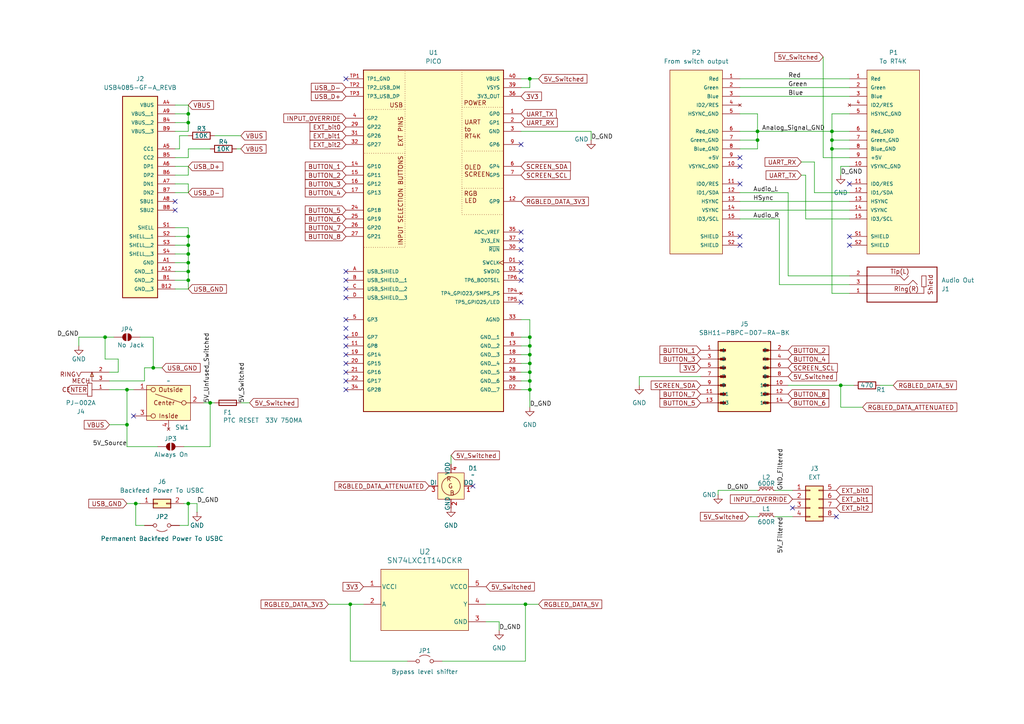
<source format=kicad_sch>
(kicad_sch (version 20250114) (generator "eeschema") (generator_version "9.0")
  (paper "A4")
  (title_block (title "jSmartSW Main Board for gScartSW v5.2") (date "2025-04-15") (rev "1.0") (company "Jeff Chen"))
  (lib_symbols
    (symbol "Connector_Generic:Conn_02x01" (pin_names (offset 1.016) (hide yes))
      (property "Reference" "J" (at 1.27 2.54 0))
      (property "Value" "Conn_02x01" (at 1.27 -2.54 0))
      (symbol "Conn_02x01_1_1"
        (pin passive line (at -5.08 0 0) (length 3.81) (name "Pin_1") (number "1"))
        (pin passive line (at 7.62 0 180) (length 3.81) (name "Pin_2") (number "2"))
      )
    )
    (symbol "Connector_Generic:Conn_02x04_Top_Bottom" (pin_names (offset 1.016) (hide yes))
      (property "Reference" "J" (at 1.27 5.08 0))
      (property "Value" "Conn_02x04_Top_Bottom" (at 1.27 -7.62 0))
      (symbol "Conn_02x04_Top_Bottom_1_1"
        (pin passive line (at -5.08 2.54 0) (length 3.81) (name "Pin_1") (number "1"))
        (pin passive line (at -5.08 0 0) (length 3.81) (name "Pin_2") (number "2"))
        (pin passive line (at -5.08 -2.54 0) (length 3.81) (name "Pin_3") (number "3"))
        (pin passive line (at -5.08 -5.08 0) (length 3.81) (name "Pin_4") (number "4"))
        (pin passive line (at 7.62 2.54 180) (length 3.81) (name "Pin_5") (number "5"))
        (pin passive line (at 7.62 0 180) (length 3.81) (name "Pin_6") (number "6"))
        (pin passive line (at 7.62 -2.54 180) (length 3.81) (name "Pin_7") (number "7"))
        (pin passive line (at 7.62 -5.08 180) (length 3.81) (name "Pin_8") (number "8"))
      )
    )
    (symbol "Device:Fuse" (pin_numbers (hide yes)) (pin_names (offset 0))
      (property "Reference" "F" (at 2.032 0 90))
      (property "Value" "Fuse" (at -1.905 0 90))
      (symbol "Fuse_1_1"
        (pin passive line (at 0 3.81 270) (length 1.27) (name "~") (number "1"))
        (pin passive line (at 0 -3.81 90) (length 1.27) (name "~") (number "2"))
      )
    )
    (symbol "Device:L_Ferrite_Small" (pin_numbers (hide yes)) (pin_names (offset 0.254) (hide yes))
      (property "Reference" "L" (at 1.27 1.016 0))
      (property "Value" "L_Ferrite_Small" (at 1.27 -1.27 0))
      (symbol "L_Ferrite_Small_1_1"
        (pin passive line (at 0 2.54 270) (length 0.508) (name "~") (number "1"))
        (pin passive line (at 0 -2.54 90) (length 0.508) (name "~") (number "2"))
      )
    )
    (symbol "Device:R" (pin_numbers (hide yes)) (pin_names (offset 0))
      (property "Reference" "R" (at 2.032 0 90))
      (property "Value" "R" (at 0 0 90))
      (symbol "R_1_1"
        (pin passive line (at 0 3.81 270) (length 1.27) (name "~") (number "1"))
        (pin passive line (at 0 -3.81 90) (length 1.27) (name "~") (number "2"))
      )
    )
    (symbol "Jumper:Jumper_2_Open" (pin_numbers (hide yes)) (pin_names (offset 0) (hide yes)) (exclude_from_sim yes)
      (property "Reference" "JP" (at 0 2.794 0))
      (property "Value" "Jumper_2_Open" (at 0 -2.286 0))
      (symbol "Jumper_2_Open_1_1"
        (pin passive line (at -5.08 0 0) (length 2.54) (name "A") (number "1"))
        (pin passive line (at 5.08 0 180) (length 2.54) (name "B") (number "2"))
      )
    )
    (symbol "Jumper:SolderJumper_2_Open" (pin_numbers (hide yes)) (pin_names (offset 0) (hide yes)) (exclude_from_sim yes) (in_bom no)
      (property "Reference" "JP" (at 0 2.032 0))
      (property "Value" "SolderJumper_2_Open" (at 0 -2.54 0))
      (symbol "SolderJumper_2_Open_1_1"
        (pin passive line (at -3.81 0 0) (length 2.54) (name "A") (number "1"))
        (pin passive line (at 3.81 0 180) (length 2.54) (name "B") (number "2"))
      )
    )
    (symbol "jSmartSW:3.5mm_Jack_Horizontal" (pin_names (offset 1.016) (hide yes))
      (property "Reference" "J" (at -10.16 7.62 0))
      (property "Value" "3.5mm_Jack_Horizontal" (at -11.43 -7.62 0))
      (symbol "3.5mm_Jack_Horizontal_0_0"
        (pin passive line (at 15.24 2.54 180) (length 5.08) (name "~") (number "1"))
        (pin passive line (at 15.24 0 180) (length 5.08) (name "~") (number "3"))
        (pin passive line (at 15.24 -2.54 180) (length 5.08) (name "~") (number "2"))
      )
      (symbol "3.5mm_Jack_Horizontal_1_1"
        (text "Shield" (at -8.255 0 900) (effects (font (size 1.27 1.27))))
        (text "Ring(R)" (at -1.27 1.27 0) (effects (font (size 1.27 1.27))))
        (text "Tip(L)" (at 0.635 -3.81 0) (effects (font (size 1.27 1.27))))
      )
    )
    (symbol "jSmartSW:BST13T1AVR" (pin_names (hide yes))
      (property "Reference" "SW" (at -1.27 5.715 0))
      (symbol "BST13T1AVR_1_0"
        (pin bidirectional line (at -3.175 0 0) (length 5.08) (name "Outside") (number "1"))
        (pin bidirectional line (at -3.175 -7.62 0) (length 5.08) (name "Inside") (number "3"))
        (pin no_connect line (at 6.985 -11.43 90) (length 2.54) (name "Mech") (number "4"))
        (pin bidirectional line (at 17.145 -3.81 180) (length 5.08) (name "Center") (number "2"))
      )
      (symbol "BST13T1AVR_1_1"
        (text "Center" (at 5.715 -3.81 0) (effects (font (size 1.27 1.27))))
        (text "Inside" (at 6.985 -7.62 0) (effects (font (size 1.27 1.27))))
        (text "Outside" (at 7.62 0 0) (effects (font (size 1.27 1.27))))
      )
    )
    (symbol "jSmartSW:PJ-002A" (pin_names (offset 1.016) (hide yes))
      (property "Reference" "J" (at -7.62 5.08 0))
      (property "Value" "PJ-002A" (at -7.62 -5.08 0))
      (symbol "PJ-002A_0_0"
        (pin passive line (at 5.08 2.54 180) (length 5.08) (name "~") (number "1"))
        (pin passive line (at 5.08 0 180) (length 5.08) (name "~") (number "3"))
        (pin passive line (at 5.08 -2.54 180) (length 5.08) (name "~") (number "2"))
      )
      (symbol "PJ-002A_1_1"
        (text "RING" (at -6.985 -1.905 0) (effects (font (size 1.27 1.27))))
        (text "CENTER" (at -5.08 2.54 0) (effects (font (size 1.27 1.27))))
        (text "MECH" (at -3.175 0 0) (effects (font (size 1.27 1.27))))
      )
    )
    (symbol "jSmartSW:RP2040 Pico" (pin_names (offset 1.016))
      (property "Reference" "U" (at -20.32 44.069 0))
      (property "Value" "SC0915" (at -20.32 -54.61 0))
      (symbol "RP2040 Pico_0_0"
        (pin power_in line (at -25.4 40.64 0) (length 5.08) (name "TP1_GND") (number "TP1"))
        (pin bidirectional line (at -25.4 38.1 0) (length 5.08) (name "TP2_USB_DM") (number "TP2"))
        (pin bidirectional line (at -25.4 35.56 0) (length 5.08) (name "TP3_USB_DP") (number "TP3"))
        (pin bidirectional line (at -25.4 29.21 0) (length 5.08) (name "GP2") (number "4"))
        (pin bidirectional line (at -25.4 26.67 0) (length 5.08) (name "GP22") (number "29"))
        (pin bidirectional line (at -25.4 24.13 0) (length 5.08) (name "GP26") (number "31"))
        (pin bidirectional line (at -25.4 21.59 0) (length 5.08) (name "GP27") (number "32"))
        (pin bidirectional line (at -25.4 15.24 0) (length 5.08) (name "GP10") (number "14"))
        (pin bidirectional line (at -25.4 12.7 0) (length 5.08) (name "GP11") (number "15"))
        (pin bidirectional line (at -25.4 10.16 0) (length 5.08) (name "GP12") (number "16"))
        (pin bidirectional line (at -25.4 7.62 0) (length 5.08) (name "GP13") (number "17"))
        (pin bidirectional line (at -25.4 2.54 0) (length 5.08) (name "GP18") (number "24"))
        (pin bidirectional line (at -25.4 0 0) (length 5.08) (name "GP19") (number "25"))
        (pin bidirectional line (at -25.4 -2.54 0) (length 5.08) (name "GP20") (number "26"))
        (pin bidirectional line (at -25.4 -5.08 0) (length 5.08) (name "GP21") (number "27"))
        (pin power_in line (at -25.4 -15.24 0) (length 5.08) (name "USB_SHIELD") (number "A"))
        (pin power_in line (at -25.4 -17.78 0) (length 5.08) (name "USB_SHIELD__1") (number "B"))
        (pin power_in line (at -25.4 -20.32 0) (length 5.08) (name "USB_SHIELD__2") (number "C"))
        (pin power_in line (at -25.4 -22.86 0) (length 5.08) (name "USB_SHIELD__3") (number "D"))
        (pin bidirectional line (at -25.4 -29.21 0) (length 5.08) (name "GP3") (number "5"))
        (pin bidirectional line (at -25.4 -34.29 0) (length 5.08) (name "GP7") (number "10"))
        (pin bidirectional line (at -25.4 -36.83 0) (length 5.08) (name "GP8") (number "11"))
        (pin bidirectional line (at -25.4 -39.37 0) (length 5.08) (name "GP14") (number "19"))
        (pin bidirectional line (at -25.4 -41.91 0) (length 5.08) (name "GP15") (number "20"))
        (pin bidirectional line (at -25.4 -44.45 0) (length 5.08) (name "GP16") (number "21"))
        (pin bidirectional line (at -25.4 -46.99 0) (length 5.08) (name "GP17") (number "22"))
        (pin bidirectional line (at -25.4 -49.53 0) (length 5.08) (name "GP28") (number "34"))
        (pin power_in line (at 25.4 40.64 180) (length 5.08) (name "VBUS") (number "40"))
        (pin power_in line (at 25.4 38.1 180) (length 5.08) (name "VSYS") (number "39"))
        (pin power_in line (at 25.4 35.56 180) (length 5.08) (name "3V3_OUT") (number "36"))
        (pin bidirectional line (at 25.4 30.48 180) (length 5.08) (name "GP0") (number "1"))
        (pin bidirectional line (at 25.4 27.94 180) (length 5.08) (name "GP1") (number "2"))
        (pin power_in line (at 25.4 25.4 180) (length 5.08) (name "GND") (number "3"))
        (pin bidirectional line (at 25.4 21.59 180) (length 5.08) (name "GP6") (number "9"))
        (pin bidirectional line (at 25.4 15.24 180) (length 5.08) (name "GP4") (number "6"))
        (pin bidirectional line (at 25.4 12.7 180) (length 5.08) (name "GP5") (number "7"))
        (pin bidirectional line (at 25.4 5.08 180) (length 5.08) (name "GP9") (number "12"))
        (pin power_in line (at 25.4 -3.81 180) (length 5.08) (name "ADC_VREF") (number "35"))
        (pin input line (at 25.4 -6.35 180) (length 5.08) (name "3V3_EN") (number "37"))
        (pin input line (at 25.4 -8.89 180) (length 5.08) (name "~{RUN}") (number "30"))
        (pin input clock (at 25.4 -12.7 180) (length 5.08) (name "SWCLK") (number "D1"))
        (pin bidirectional line (at 25.4 -15.24 180) (length 5.08) (name "SWDIO") (number "D3"))
        (pin input line (at 25.4 -17.78 180) (length 5.08) (name "TP6_BOOTSEL") (number "TP6"))
        (pin no_connect line (at 25.4 -21.59 180) (length 5.08) (name "TP4_GPIO23/SMPS_PS") (number "TP4"))
        (pin output line (at 25.4 -24.13 180) (length 5.08) (name "TP5_GPIO25/LED") (number "TP5"))
        (pin power_in line (at 25.4 -29.21 180) (length 5.08) (name "AGND") (number "33"))
        (pin power_in line (at 25.4 -34.29 180) (length 5.08) (name "GND__1") (number "8"))
        (pin power_in line (at 25.4 -36.83 180) (length 5.08) (name "GND__2") (number "13"))
        (pin power_in line (at 25.4 -39.37 180) (length 5.08) (name "GND__3") (number "18"))
        (pin power_in line (at 25.4 -41.91 180) (length 5.08) (name "GND__4") (number "23"))
        (pin power_in line (at 25.4 -44.45 180) (length 5.08) (name "GND__5") (number "28"))
        (pin power_in line (at 25.4 -46.99 180) (length 5.08) (name "GND__6") (number "38"))
        (pin power_in line (at 25.4 -49.53 180) (length 5.08) (name "GND__7") (number "D2"))
      )
      (symbol "RP2040 Pico_1_1"
        (text "USB" (at -10.795 33.02 0) (effects (font (size 1.27 1.27))))
        (text "EXT PINS" (at -9.525 29.845 900) (effects (font (size 1.27 1.27)) (justify right)))
        (text "INPUT SELECTION BUTTONS" (at -9.525 18.415 900) (effects (font (size 1.27 1.27)) (justify right)))
        (text "UART\nto\nRT4K" (at 8.89 26.035 0) (effects (font (size 1.27 1.27)) (justify left)))
        (text "OLED\nSCREEN" (at 8.89 13.97 0) (effects (font (size 1.27 1.27)) (justify left)))
        (text "RGB\nLED" (at 10.795 6.35 0) (effects (font (size 1.27 1.27))))
        (text "POWER" (at 12.065 33.655 0) (effects (font (size 1.27 1.27))))
      )
    )
    (symbol "jSmartSW:SBH11-PBPC-D07-RA-BK" (pin_names (offset 1.016))
      (property "Reference" "J" (at -7.62 10.922 0))
      (property "Value" "SBH11-PBPC-D07-RA-BK" (at -7.62 -12.7 0))
      (symbol "SBH11-PBPC-D07-RA-BK_0_0"
        (pin passive line (at -12.7 7.62 0) (length 5.08) (name "1") (number "1"))
        (pin passive line (at -12.7 5.08 0) (length 5.08) (name "3") (number "3"))
        (pin passive line (at -12.7 2.54 0) (length 5.08) (name "5") (number "5"))
        (pin passive line (at -12.7 0 0) (length 5.08) (name "7") (number "7"))
        (pin passive line (at -12.7 -2.54 0) (length 5.08) (name "9") (number "9"))
        (pin passive line (at -12.7 -5.08 0) (length 5.08) (name "11") (number "11"))
        (pin passive line (at -12.7 -7.62 0) (length 5.08) (name "13") (number "13"))
        (pin passive line (at 12.7 7.62 180) (length 5.08) (name "2") (number "2"))
        (pin passive line (at 12.7 5.08 180) (length 5.08) (name "4") (number "4"))
        (pin passive line (at 12.7 2.54 180) (length 5.08) (name "6") (number "6"))
        (pin passive line (at 12.7 0 180) (length 5.08) (name "8") (number "8"))
        (pin passive line (at 12.7 -2.54 180) (length 5.08) (name "10") (number "10"))
        (pin passive line (at 12.7 -5.08 180) (length 5.08) (name "12") (number "12"))
        (pin passive line (at 12.7 -7.62 180) (length 5.08) (name "14") (number "14"))
      )
    )
    (symbol "jSmartSW:SN74LXC1T14DCKR" (pin_names (offset 0.254))
      (property "Reference" "U" (at 17.78 10.795 0))
      (property "Value" "SN74LXC1T14DCKR" (at 17.78 6.985 0))
      (symbol "SN74LXC1T14DCKR_0_1"
        (pin power_in line (at 0 0 0) (length 5.08) (name "VCCI") (number "1"))
        (pin input line (at 0 -5.08 0) (length 5.08) (name "A") (number "2"))
        (pin power_in line (at 35.56 0 180) (length 5.08) (name "VCCO") (number "5"))
        (pin output line (at 35.56 -5.08 180) (length 5.08) (name "Y") (number "4"))
        (pin power_in line (at 35.56 -10.16 180) (length 5.08) (name "GND") (number "3"))
      )
    )
    (symbol "jSmartSW:USB4085-GF-A_REVB" (pin_names (offset 1.016))
      (property "Reference" "J" (at -5.08 18.288 0))
      (property "Value" "USB4085-GF-A_REVB" (at -5.08 -43.18 0))
      (symbol "USB4085-GF-A_REVB_0_0"
        (pin power_in line (at -10.16 15.24 0) (length 5.08) (name "VBUS") (number "A4"))
        (pin power_in line (at -10.16 12.7 0) (length 5.08) (name "VBUS__1") (number "A9"))
        (pin power_in line (at -10.16 10.16 0) (length 5.08) (name "VBUS__2") (number "B4"))
        (pin power_in line (at -10.16 7.62 0) (length 5.08) (name "VBUS__3") (number "B9"))
        (pin bidirectional line (at -10.16 2.54 0) (length 5.08) (name "CC1") (number "A5"))
        (pin bidirectional line (at -10.16 0 0) (length 5.08) (name "CC2") (number "B5"))
        (pin bidirectional line (at -10.16 -2.54 0) (length 5.08) (name "DP1") (number "A6"))
        (pin bidirectional line (at -10.16 -5.08 0) (length 5.08) (name "DP2") (number "B6"))
        (pin bidirectional line (at -10.16 -7.62 0) (length 5.08) (name "DN1") (number "A7"))
        (pin bidirectional line (at -10.16 -10.16 0) (length 5.08) (name "DN2") (number "B7"))
        (pin bidirectional line (at -10.16 -12.7 0) (length 5.08) (name "SBU1") (number "A8"))
        (pin bidirectional line (at -10.16 -15.24 0) (length 5.08) (name "SBU2") (number "B8"))
        (pin passive line (at -10.16 -20.32 0) (length 5.08) (name "SHELL") (number "S1"))
        (pin passive line (at -10.16 -22.86 0) (length 5.08) (name "SHELL__1") (number "S2"))
        (pin passive line (at -10.16 -25.4 0) (length 5.08) (name "SHELL__2") (number "S3"))
        (pin passive line (at -10.16 -27.94 0) (length 5.08) (name "SHELL__3") (number "S4"))
        (pin power_in line (at -10.16 -30.48 0) (length 5.08) (name "GND") (number "A1"))
        (pin power_in line (at -10.16 -33.02 0) (length 5.08) (name "GND__1") (number "A12"))
        (pin power_in line (at -10.16 -35.56 0) (length 5.08) (name "GND__2") (number "B1"))
        (pin power_in line (at -10.16 -38.1 0) (length 5.08) (name "GND__3") (number "B12"))
      )
    )
    (symbol "jSmartSW:VGA_Female " (pin_names (offset 1.016))
      (property "Reference" "P" (at -7.62 26.67 0))
      (property "Value" "VGA" (at -8.89 -31.75 0))
      (symbol "VGA_Female _0_0"
        (pin passive line (at -12.7 22.86 0) (length 5.08) (name "Red") (number "1"))
        (pin passive line (at -12.7 20.32 0) (length 5.08) (name "Green") (number "2"))
        (pin passive line (at -12.7 17.78 0) (length 5.08) (name "Blue") (number "3"))
        (pin no_connect line (at -12.7 15.24 0) (length 5.08) (name "ID2/RES") (number "4"))
        (pin passive line (at -12.7 12.7 0) (length 5.08) (name "HSYNC_GND") (number "5"))
        (pin passive line (at -12.7 7.62 0) (length 5.08) (name "Red_GND") (number "6"))
        (pin passive line (at -12.7 5.08 0) (length 5.08) (name "Green_GND") (number "7"))
        (pin passive line (at -12.7 2.54 0) (length 5.08) (name "Blue_GND") (number "8"))
        (pin passive line (at -12.7 0 0) (length 5.08) (name "+5V") (number "9"))
        (pin passive line (at -12.7 -2.54 0) (length 5.08) (name "VSYNC_GND") (number "10"))
        (pin passive line (at -12.7 -7.62 0) (length 5.08) (name "ID0/RES") (number "11"))
        (pin passive line (at -12.7 -10.16 0) (length 5.08) (name "ID1/SDA") (number "12"))
        (pin passive line (at -12.7 -12.7 0) (length 5.08) (name "HSYNC") (number "13"))
        (pin passive line (at -12.7 -15.24 0) (length 5.08) (name "VSYNC") (number "14"))
        (pin passive line (at -12.7 -17.78 0) (length 5.08) (name "ID3/SCL") (number "15"))
        (pin passive line (at -12.7 -22.86 0) (length 5.08) (name "SHIELD") (number "S1"))
        (pin passive line (at -12.7 -25.4 0) (length 5.08) (name "SHIELD") (number "S2"))
      )
    )
    (symbol "jSmartSW:VGA_Male" (pin_names (offset 1.016))
      (property "Reference" "P" (at -7.62 26.67 0))
      (property "Value" "VGA_Male" (at -8.89 -31.75 0))
      (symbol "VGA_Male_0_0"
        (pin passive line (at -12.7 22.86 0) (length 5.08) (name "Red") (number "1"))
        (pin passive line (at -12.7 20.32 0) (length 5.08) (name "Green") (number "2"))
        (pin passive line (at -12.7 17.78 0) (length 5.08) (name "Blue") (number "3"))
        (pin no_connect line (at -12.7 15.24 0) (length 5.08) (name "ID2/RES") (number "4"))
        (pin passive line (at -12.7 12.7 0) (length 5.08) (name "HSYNC_GND") (number "5"))
        (pin passive line (at -12.7 7.62 0) (length 5.08) (name "Red_GND") (number "6"))
        (pin passive line (at -12.7 5.08 0) (length 5.08) (name "Green_GND") (number "7"))
        (pin passive line (at -12.7 2.54 0) (length 5.08) (name "Blue_GND") (number "8"))
        (pin passive line (at -12.7 0 0) (length 5.08) (name "+5V") (number "9"))
        (pin passive line (at -12.7 -2.54 0) (length 5.08) (name "VSYNC_GND") (number "10"))
        (pin passive line (at -12.7 -7.62 0) (length 5.08) (name "ID0/RES") (number "11"))
        (pin passive line (at -12.7 -10.16 0) (length 5.08) (name "ID1/SDA") (number "12"))
        (pin passive line (at -12.7 -12.7 0) (length 5.08) (name "HSYNC") (number "13"))
        (pin passive line (at -12.7 -15.24 0) (length 5.08) (name "VSYNC") (number "14"))
        (pin passive line (at -12.7 -17.78 0) (length 5.08) (name "ID3/SCL") (number "15"))
        (pin passive line (at -12.7 -22.86 0) (length 5.08) (name "SHIELD") (number "S1"))
        (pin passive line (at -12.7 -25.4 0) (length 5.08) (name "SHIELD") (number "S2"))
      )
    )
    (symbol "jSmartSW:WS2812B_2020_LED" (pin_names (offset 0))
      (property "Reference" "D" (at 0 1.27 0))
      (symbol "WS2812B_2020_LED_1_0"
        (pin input line (at 0 -3.81 0) (length 2.54) (name "DI") (number "3"))
        (pin power_in line (at 6.35 2.54 270) (length 2.54) (name "VDD") (number "4"))
        (pin power_out line (at 6.35 -10.16 90) (length 2.54) (name "GND") (number "2"))
        (pin output line (at 12.7 -3.81 180) (length 2.54) (name "DO") (number "1"))
      )
      (symbol "WS2812B_2020_LED_1_1"
        (text "R\n G\n  B" (at 5.715 -3.81 0) (effects (font (size 1.27 1.27))))
      )
    )
    (symbol "power:GND" (power) (pin_numbers (hide yes)) (pin_names (offset 0) (hide yes))
      (property "Value" "GND" (at 0 -3.81 0))
      (symbol "GND_1_1"
        (pin power_in line (at 0 0 270) (length 0) (name "~") (number "1"))
      )
    )
  )
  (junction (at 54.61 35.56))
  (junction (at 243.84 111.76))
  (junction (at 101.6 175.26))
  (junction (at 54.61 68.58))
  (junction (at 153.67 107.95))
  (junction (at 241.3 38.1))
  (junction (at 54.61 33.02))
  (junction (at 39.37 146.05))
  (junction (at 241.3 43.18))
  (junction (at 153.67 110.49))
  (junction (at 153.67 105.41))
  (junction (at 219.71 38.1))
  (junction (at 54.61 71.12))
  (junction (at 44.45 106.68))
  (junction (at 219.71 40.64))
  (junction (at 153.67 97.79))
  (junction (at 36.83 123.19))
  (junction (at 54.61 78.74))
  (junction (at 54.61 146.05))
  (junction (at 54.61 81.28))
  (junction (at 153.67 113.03))
  (junction (at 30.48 97.79))
  (junction (at 54.61 76.2))
  (junction (at 241.3 40.64))
  (junction (at 153.67 22.86))
  (junction (at 153.67 102.87))
  (junction (at 60.96 116.84))
  (junction (at 36.83 113.03))
  (junction (at 54.61 73.66))
  (junction (at 153.67 100.33))
  (junction (at 152.4 175.26))
  (no_connect (at 100.33 107.95))
  (no_connect (at 100.33 105.41))
  (no_connect (at 100.33 110.49))
  (no_connect (at 246.38 68.58))
  (no_connect (at 100.33 81.28))
  (no_connect (at 214.63 45.72))
  (no_connect (at 100.33 100.33))
  (no_connect (at 246.38 53.34))
  (no_connect (at 151.13 41.91))
  (no_connect (at 50.8 60.96))
  (no_connect (at 100.33 97.79))
  (no_connect (at 151.13 87.63))
  (no_connect (at 100.33 22.86))
  (no_connect (at 151.13 72.39))
  (no_connect (at 214.63 48.26))
  (no_connect (at 151.13 67.31))
  (no_connect (at 229.87 147.32))
  (no_connect (at 246.38 71.12))
  (no_connect (at 151.13 78.74))
  (no_connect (at 100.33 113.03))
  (no_connect (at 100.33 83.82))
  (no_connect (at 242.57 149.86))
  (no_connect (at 100.33 92.71))
  (no_connect (at 214.63 53.34))
  (no_connect (at 100.33 95.25))
  (no_connect (at 214.63 68.58))
  (no_connect (at 100.33 102.87))
  (no_connect (at 214.63 71.12))
  (no_connect (at 38.735 120.65))
  (no_connect (at 100.33 78.74))
  (no_connect (at 151.13 69.85))
  (no_connect (at 151.13 81.28))
  (no_connect (at 50.8 58.42))
  (no_connect (at 137.16 140.97))
  (no_connect (at 151.13 76.2))
  (no_connect (at 100.33 86.36))
  (wire (pts (xy 246.38 55.88) (xy 236.22 55.88)))
  (wire (pts (xy 203.2 109.22) (xy 185.42 109.22)))
  (wire (pts (xy 156.21 22.86) (xy 153.67 22.86)))
  (wire (pts (xy 30.48 97.79) (xy 22.86 97.79)))
  (wire (pts (xy 31.75 113.03) (xy 36.83 113.03)))
  (wire (pts (xy 50.8 83.82) (xy 54.61 83.82)))
  (wire (pts (xy 156.21 175.26) (xy 152.4 175.26)))
  (wire (pts (xy 255.27 111.76) (xy 259.08 111.76)))
  (wire (pts (xy 39.37 146.05) (xy 40.64 146.05)))
  (wire (pts (xy 54.61 35.56) (xy 54.61 38.1)))
  (wire (pts (xy 153.67 100.33) (xy 153.67 102.87)))
  (wire (pts (xy 36.83 129.54) (xy 36.83 123.19)))
  (wire (pts (xy 68.58 43.18) (xy 69.85 43.18)))
  (wire (pts (xy 152.4 191.77) (xy 152.4 175.26)))
  (wire (pts (xy 214.63 22.86) (xy 246.38 22.86)))
  (wire (pts (xy 153.67 22.86) (xy 153.67 25.4)))
  (wire (pts (xy 246.38 33.02) (xy 241.3 33.02)))
  (wire (pts (xy 151.13 102.87) (xy 153.67 102.87)))
  (wire (pts (xy 59.055 116.84) (xy 60.96 116.84)))
  (wire (pts (xy 219.71 38.1) (xy 241.3 38.1)))
  (wire (pts (xy 153.67 105.41) (xy 153.67 107.95)))
  (wire (pts (xy 241.3 38.1) (xy 246.38 38.1)))
  (wire (pts (xy 246.38 43.18) (xy 241.3 43.18)))
  (wire (pts (xy 153.67 107.95) (xy 153.67 110.49)))
  (wire (pts (xy 151.13 100.33) (xy 153.67 100.33)))
  (wire (pts (xy 241.3 33.02) (xy 241.3 38.1)))
  (wire (pts (xy 151.13 110.49) (xy 153.67 110.49)))
  (wire (pts (xy 228.6 55.88) (xy 228.6 80.01)))
  (wire (pts (xy 41.91 106.68) (xy 41.91 110.49)))
  (wire (pts (xy 31.75 107.95) (xy 34.29 107.95)))
  (wire (pts (xy 243.84 118.11) (xy 250.19 118.11)))
  (wire (pts (xy 214.63 25.4) (xy 246.38 25.4)))
  (wire (pts (xy 226.06 63.5) (xy 226.06 82.55)))
  (wire (pts (xy 217.17 149.86) (xy 219.71 149.86)))
  (wire (pts (xy 246.38 63.5) (xy 233.68 63.5)))
  (wire (pts (xy 243.84 48.26) (xy 243.84 50.8)))
  (wire (pts (xy 101.6 175.26) (xy 101.6 191.77)))
  (wire (pts (xy 228.6 111.76) (xy 243.84 111.76)))
  (wire (pts (xy 246.38 48.26) (xy 243.84 48.26)))
  (wire (pts (xy 130.81 132.08) (xy 130.81 134.62)))
  (wire (pts (xy 171.45 38.1) (xy 171.45 40.64)))
  (wire (pts (xy 54.61 30.48) (xy 54.61 33.02)))
  (wire (pts (xy 219.71 43.18) (xy 219.71 40.64)))
  (wire (pts (xy 214.63 43.18) (xy 219.71 43.18)))
  (wire (pts (xy 151.13 97.79) (xy 153.67 97.79)))
  (wire (pts (xy 153.67 113.03) (xy 153.67 118.11)))
  (wire (pts (xy 226.06 82.55) (xy 246.38 82.55)))
  (wire (pts (xy 54.61 81.28) (xy 54.61 83.82)))
  (wire (pts (xy 233.68 50.8) (xy 233.68 63.5)))
  (wire (pts (xy 54.61 76.2) (xy 54.61 78.74)))
  (wire (pts (xy 54.61 45.72) (xy 54.61 43.18)))
  (wire (pts (xy 50.8 81.28) (xy 54.61 81.28)))
  (wire (pts (xy 30.48 97.79) (xy 30.48 104.14)))
  (wire (pts (xy 54.61 68.58) (xy 54.61 71.12)))
  (wire (pts (xy 54.61 73.66) (xy 54.61 76.2)))
  (wire (pts (xy 54.61 152.4) (xy 54.61 146.05)))
  (wire (pts (xy 214.63 33.02) (xy 219.71 33.02)))
  (wire (pts (xy 22.86 97.79) (xy 22.86 100.33)))
  (wire (pts (xy 224.79 149.86) (xy 229.87 149.86)))
  (wire (pts (xy 214.63 63.5) (xy 226.06 63.5)))
  (wire (pts (xy 95.25 175.26) (xy 101.6 175.26)))
  (wire (pts (xy 50.8 43.18) (xy 52.07 43.18)))
  (wire (pts (xy 238.76 45.72) (xy 246.38 45.72)))
  (wire (pts (xy 151.13 107.95) (xy 153.67 107.95)))
  (wire (pts (xy 50.8 78.74) (xy 54.61 78.74)))
  (wire (pts (xy 128.27 191.77) (xy 152.4 191.77)))
  (wire (pts (xy 153.67 102.87) (xy 153.67 105.41)))
  (wire (pts (xy 243.84 111.76) (xy 243.84 118.11)))
  (wire (pts (xy 151.13 22.86) (xy 153.67 22.86)))
  (wire (pts (xy 50.8 45.72) (xy 54.61 45.72)))
  (wire (pts (xy 52.07 152.4) (xy 54.61 152.4)))
  (wire (pts (xy 232.41 50.8) (xy 233.68 50.8)))
  (wire (pts (xy 214.63 38.1) (xy 219.71 38.1)))
  (wire (pts (xy 236.22 46.99) (xy 236.22 55.88)))
  (wire (pts (xy 219.71 33.02) (xy 219.71 38.1)))
  (wire (pts (xy 214.63 60.96) (xy 246.38 60.96)))
  (wire (pts (xy 50.8 71.12) (xy 54.61 71.12)))
  (wire (pts (xy 50.8 33.02) (xy 54.61 33.02)))
  (wire (pts (xy 54.61 33.02) (xy 54.61 35.56)))
  (wire (pts (xy 60.96 116.84) (xy 62.23 116.84)))
  (wire (pts (xy 50.8 35.56) (xy 54.61 35.56)))
  (wire (pts (xy 228.6 80.01) (xy 246.38 80.01)))
  (wire (pts (xy 246.38 40.64) (xy 241.3 40.64)))
  (wire (pts (xy 54.61 146.05) (xy 53.34 146.05)))
  (wire (pts (xy 41.91 152.4) (xy 39.37 152.4)))
  (wire (pts (xy 54.61 43.18) (xy 60.96 43.18)))
  (wire (pts (xy 52.07 39.37) (xy 54.61 39.37)))
  (wire (pts (xy 50.8 73.66) (xy 54.61 73.66)))
  (wire (pts (xy 241.3 85.09) (xy 246.38 85.09)))
  (wire (pts (xy 50.8 48.26) (xy 54.61 48.26)))
  (wire (pts (xy 57.15 146.05) (xy 54.61 146.05)))
  (wire (pts (xy 31.75 110.49) (xy 41.91 110.49)))
  (wire (pts (xy 50.8 68.58) (xy 54.61 68.58)))
  (wire (pts (xy 69.85 116.84) (xy 72.39 116.84)))
  (wire (pts (xy 140.97 180.34) (xy 144.78 180.34)))
  (wire (pts (xy 34.29 107.95) (xy 34.29 104.14)))
  (wire (pts (xy 50.8 66.04) (xy 54.61 66.04)))
  (wire (pts (xy 36.83 129.54) (xy 45.72 129.54)))
  (wire (pts (xy 50.8 50.8) (xy 54.61 50.8)))
  (wire (pts (xy 44.45 97.79) (xy 44.45 106.68)))
  (wire (pts (xy 241.3 43.18) (xy 241.3 40.64)))
  (wire (pts (xy 214.63 27.94) (xy 246.38 27.94)))
  (wire (pts (xy 50.8 76.2) (xy 54.61 76.2)))
  (wire (pts (xy 54.61 48.26) (xy 54.61 50.8)))
  (wire (pts (xy 214.63 40.64) (xy 219.71 40.64)))
  (wire (pts (xy 54.61 78.74) (xy 54.61 81.28)))
  (wire (pts (xy 214.63 58.42) (xy 246.38 58.42)))
  (wire (pts (xy 238.76 16.51) (xy 238.76 45.72)))
  (wire (pts (xy 241.3 40.64) (xy 241.3 38.1)))
  (wire (pts (xy 153.67 97.79) (xy 153.67 100.33)))
  (wire (pts (xy 46.99 106.68) (xy 44.45 106.68)))
  (wire (pts (xy 44.45 106.68) (xy 41.91 106.68)))
  (wire (pts (xy 101.6 191.77) (xy 118.11 191.77)))
  (wire (pts (xy 243.84 111.76) (xy 247.65 111.76)))
  (wire (pts (xy 69.85 39.37) (xy 62.23 39.37)))
  (wire (pts (xy 101.6 175.26) (xy 105.41 175.26)))
  (wire (pts (xy 50.8 30.48) (xy 54.61 30.48)))
  (wire (pts (xy 54.61 38.1) (xy 50.8 38.1)))
  (wire (pts (xy 153.67 25.4) (xy 151.13 25.4)))
  (wire (pts (xy 144.78 180.34) (xy 144.78 182.88)))
  (wire (pts (xy 151.13 92.71) (xy 153.67 92.71)))
  (wire (pts (xy 224.79 142.24) (xy 229.87 142.24)))
  (wire (pts (xy 44.45 97.79) (xy 40.64 97.79)))
  (wire (pts (xy 208.28 142.24) (xy 208.28 143.51)))
  (wire (pts (xy 60.96 129.54) (xy 60.96 116.84)))
  (wire (pts (xy 36.83 113.03) (xy 38.735 113.03)))
  (wire (pts (xy 219.71 40.64) (xy 219.71 38.1)))
  (wire (pts (xy 151.13 105.41) (xy 153.67 105.41)))
  (wire (pts (xy 54.61 66.04) (xy 54.61 68.58)))
  (wire (pts (xy 36.83 146.05) (xy 39.37 146.05)))
  (wire (pts (xy 31.75 123.19) (xy 36.83 123.19)))
  (wire (pts (xy 241.3 43.18) (xy 241.3 85.09)))
  (wire (pts (xy 52.07 43.18) (xy 52.07 39.37)))
  (wire (pts (xy 54.61 71.12) (xy 54.61 73.66)))
  (wire (pts (xy 151.13 38.1) (xy 171.45 38.1)))
  (wire (pts (xy 153.67 110.49) (xy 153.67 113.03)))
  (wire (pts (xy 54.61 53.34) (xy 54.61 55.88)))
  (wire (pts (xy 153.67 92.71) (xy 153.67 97.79)))
  (wire (pts (xy 151.13 113.03) (xy 153.67 113.03)))
  (wire (pts (xy 50.8 53.34) (xy 54.61 53.34)))
  (wire (pts (xy 214.63 55.88) (xy 228.6 55.88)))
  (wire (pts (xy 54.61 55.88) (xy 50.8 55.88)))
  (wire (pts (xy 30.48 104.14) (xy 34.29 104.14)))
  (wire (pts (xy 36.83 123.19) (xy 36.83 113.03)))
  (wire (pts (xy 185.42 109.22) (xy 185.42 111.76)))
  (wire (pts (xy 53.34 129.54) (xy 60.96 129.54)))
  (wire (pts (xy 57.15 146.05) (xy 57.15 148.59)))
  (wire (pts (xy 152.4 175.26) (xy 140.97 175.26)))
  (wire (pts (xy 39.37 152.4) (xy 39.37 146.05)))
  (wire (pts (xy 30.48 97.79) (xy 33.02 97.79)))
  (wire (pts (xy 208.28 142.24) (xy 219.71 142.24)))
  (wire (pts (xy 232.41 46.99) (xy 236.22 46.99)))
  (label "D_GND" (at 153.67 118.11 0))
  (label "GND_Filtered" (at 227.33 142.24 90))
  (label "HSync" (at 218.44 58.42 0))
  (label "D_GND" (at 22.86 97.79 180))
  (label "D_GND" (at 144.78 182.88 0))
  (label "Red" (at 228.6 22.86 0))
  (label "D_GND" (at 210.82 142.24 0))
  (label "D_GND" (at 57.15 146.05 0))
  (label "5V_Unfused_Switched" (at 60.96 116.84 90))
  (label "Analog_Signal_GND" (at 220.98 38.1 0))
  (label "5V_Switched" (at 71.12 116.84 90))
  (label "Audio_R" (at 218.44 63.5 0))
  (label "Blue" (at 228.6 27.94 0))
  (label "Audio_L" (at 218.44 55.88 0))
  (label "Green" (at 228.6 25.4 0))
  (label "5V_Source" (at 36.83 129.54 180))
  (label "D_GND" (at 171.45 40.64 0))
  (label "5V_Filtered" (at 227.33 149.86 270))
  (label "D_GND" (at 243.84 50.8 0))
  (global_label "BUTTON_4" (shape input) (at 100.33 55.88 180) (property "Intersheetrefs" "${INTERSHEET_REFS}" (effects (hide yes))))
  (global_label "RGBLED_DATA_3V3" (shape input) (at 151.13 58.42 0) (property "Intersheetrefs" "${INTERSHEET_REFS}" (effects (hide yes))))
  (global_label "5V_Switched" (shape input) (at 217.17 149.86 180) (property "Intersheetrefs" "${INTERSHEET_REFS}" (effects (hide yes))))
  (global_label "INPUT_OVERRIDE" (shape input) (at 229.87 144.78 180) (property "Intersheetrefs" "${INTERSHEET_REFS}" (effects (hide yes))))
  (global_label "USB_GND" (shape input) (at 54.61 83.82 0) (property "Intersheetrefs" "${INTERSHEET_REFS}" (effects (hide yes))))
  (global_label "BUTTON_2" (shape input) (at 100.33 50.8 180) (property "Intersheetrefs" "${INTERSHEET_REFS}" (effects (hide yes))))
  (global_label "BUTTON_4" (shape input) (at 228.6 104.14 0) (property "Intersheetrefs" "${INTERSHEET_REFS}" (effects (hide yes))))
  (global_label "BUTTON_2" (shape input) (at 228.6 101.6 0) (property "Intersheetrefs" "${INTERSHEET_REFS}" (effects (hide yes))))
  (global_label "SCREEN_SCL" (shape input) (at 228.6 106.68 0) (property "Intersheetrefs" "${INTERSHEET_REFS}" (effects (hide yes))))
  (global_label "RGBLED_DATA_ATTENUATED" (shape input) (at 250.19 118.11 0) (property "Intersheetrefs" "${INTERSHEET_REFS}" (effects (hide yes))))
  (global_label "EXT_bit0" (shape input) (at 242.57 142.24 0) (property "Intersheetrefs" "${INTERSHEET_REFS}" (effects (hide yes))))
  (global_label "BUTTON_6" (shape input) (at 228.6 116.84 0) (property "Intersheetrefs" "${INTERSHEET_REFS}" (effects (hide yes))))
  (global_label "USB_D+" (shape input) (at 54.61 48.26 0) (property "Intersheetrefs" "${INTERSHEET_REFS}" (effects (hide yes))))
  (global_label "BUTTON_5" (shape input) (at 100.33 60.96 180) (property "Intersheetrefs" "${INTERSHEET_REFS}" (effects (hide yes))))
  (global_label "EXT_bit2" (shape input) (at 100.33 41.91 180) (property "Intersheetrefs" "${INTERSHEET_REFS}" (effects (hide yes))))
  (global_label "5V_Switched" (shape input) (at 238.76 16.51 180) (property "Intersheetrefs" "${INTERSHEET_REFS}" (effects (hide yes))))
  (global_label "RGBLED_DATA_5V" (shape input) (at 156.21 175.26 0) (property "Intersheetrefs" "${INTERSHEET_REFS}" (effects (hide yes))))
  (global_label "VBUS" (shape input) (at 69.85 39.37 0) (property "Intersheetrefs" "${INTERSHEET_REFS}" (effects (hide yes))))
  (global_label "5V_Switched" (shape input) (at 156.21 22.86 0) (property "Intersheetrefs" "${INTERSHEET_REFS}" (effects (hide yes))))
  (global_label "BUTTON_7" (shape input) (at 203.2 114.3 180) (property "Intersheetrefs" "${INTERSHEET_REFS}" (effects (hide yes))))
  (global_label "5V_Switched" (shape input) (at 228.6 109.22 0) (property "Intersheetrefs" "${INTERSHEET_REFS}" (effects (hide yes))))
  (global_label "USB_GND" (shape input) (at 46.99 106.68 0) (property "Intersheetrefs" "${INTERSHEET_REFS}" (effects (hide yes))))
  (global_label "BUTTON_8" (shape input) (at 100.33 68.58 180) (property "Intersheetrefs" "${INTERSHEET_REFS}" (effects (hide yes))))
  (global_label "USB_GND" (shape input) (at 36.83 146.05 180) (property "Intersheetrefs" "${INTERSHEET_REFS}" (effects (hide yes))))
  (global_label "BUTTON_6" (shape input) (at 100.33 63.5 180) (property "Intersheetrefs" "${INTERSHEET_REFS}" (effects (hide yes))))
  (global_label "VBUS" (shape input) (at 54.61 30.48 0) (property "Intersheetrefs" "${INTERSHEET_REFS}" (effects (hide yes))))
  (global_label "BUTTON_7" (shape input) (at 100.33 66.04 180) (property "Intersheetrefs" "${INTERSHEET_REFS}" (effects (hide yes))))
  (global_label "BUTTON_3" (shape input) (at 100.33 53.34 180) (property "Intersheetrefs" "${INTERSHEET_REFS}" (effects (hide yes))))
  (global_label "BUTTON_8" (shape input) (at 228.6 114.3 0) (property "Intersheetrefs" "${INTERSHEET_REFS}" (effects (hide yes))))
  (global_label "5V_Switched" (shape input) (at 72.39 116.84 0) (property "Intersheetrefs" "${INTERSHEET_REFS}" (effects (hide yes))))
  (global_label "RGBLED_DATA_ATTENUATED" (shape input) (at 124.46 140.97 180) (property "Intersheetrefs" "${INTERSHEET_REFS}" (effects (hide yes))))
  (global_label "BUTTON_5" (shape input) (at 203.2 116.84 180) (property "Intersheetrefs" "${INTERSHEET_REFS}" (effects (hide yes))))
  (global_label "VBUS" (shape input) (at 69.85 43.18 0) (property "Intersheetrefs" "${INTERSHEET_REFS}" (effects (hide yes))))
  (global_label "EXT_bit1" (shape input) (at 242.57 144.78 0) (property "Intersheetrefs" "${INTERSHEET_REFS}" (effects (hide yes))))
  (global_label "EXT_bit1" (shape input) (at 100.33 39.37 180) (property "Intersheetrefs" "${INTERSHEET_REFS}" (effects (hide yes))))
  (global_label "RGBLED_DATA_3V3" (shape input) (at 95.25 175.26 180) (property "Intersheetrefs" "${INTERSHEET_REFS}" (effects (hide yes))))
  (global_label "SCREEN_SCL" (shape input) (at 151.13 50.8 0) (property "Intersheetrefs" "${INTERSHEET_REFS}" (effects (hide yes))))
  (global_label "UART_RX" (shape input) (at 151.13 35.56 0) (property "Intersheetrefs" "${INTERSHEET_REFS}" (effects (hide yes))))
  (global_label "RGBLED_DATA_5V" (shape input) (at 259.08 111.76 0) (property "Intersheetrefs" "${INTERSHEET_REFS}" (effects (hide yes))))
  (global_label "BUTTON_1" (shape input) (at 100.33 48.26 180) (property "Intersheetrefs" "${INTERSHEET_REFS}" (effects (hide yes))))
  (global_label "INPUT_OVERRIDE" (shape input) (at 100.33 34.29 180) (property "Intersheetrefs" "${INTERSHEET_REFS}" (effects (hide yes))))
  (global_label "EXT_bit0" (shape input) (at 100.33 36.83 180) (property "Intersheetrefs" "${INTERSHEET_REFS}" (effects (hide yes))))
  (global_label "5V_Switched" (shape input) (at 140.97 170.18 0) (property "Intersheetrefs" "${INTERSHEET_REFS}" (effects (hide yes))))
  (global_label "USB_D+" (shape input) (at 100.33 27.94 180) (property "Intersheetrefs" "${INTERSHEET_REFS}" (effects (hide yes))))
  (global_label "UART_TX" (shape input) (at 151.13 33.02 0) (property "Intersheetrefs" "${INTERSHEET_REFS}" (effects (hide yes))))
  (global_label "5V_Switched" (shape input) (at 130.81 132.08 0) (property "Intersheetrefs" "${INTERSHEET_REFS}" (effects (hide yes))))
  (global_label "BUTTON_1" (shape input) (at 203.2 101.6 180) (property "Intersheetrefs" "${INTERSHEET_REFS}" (effects (hide yes))))
  (global_label "USB_D-" (shape input) (at 100.33 25.4 180) (property "Intersheetrefs" "${INTERSHEET_REFS}" (effects (hide yes))))
  (global_label "UART_RX" (shape input) (at 232.41 46.99 180) (property "Intersheetrefs" "${INTERSHEET_REFS}" (effects (hide yes))))
  (global_label "UART_TX" (shape input) (at 232.41 50.8 180) (property "Intersheetrefs" "${INTERSHEET_REFS}" (effects (hide yes))))
  (global_label "SCREEN_SDA" (shape input) (at 151.13 48.26 0) (property "Intersheetrefs" "${INTERSHEET_REFS}" (effects (hide yes))))
  (global_label "VBUS" (shape input) (at 31.75 123.19 180) (property "Intersheetrefs" "${INTERSHEET_REFS}" (effects (hide yes))))
  (global_label "3V3" (shape input) (at 203.2 106.68 180) (property "Intersheetrefs" "${INTERSHEET_REFS}" (effects (hide yes))))
  (global_label "BUTTON_3" (shape input) (at 203.2 104.14 180) (property "Intersheetrefs" "${INTERSHEET_REFS}" (effects (hide yes))))
  (global_label "EXT_bit2" (shape input) (at 242.57 147.32 0) (property "Intersheetrefs" "${INTERSHEET_REFS}" (effects (hide yes))))
  (global_label "USB_D-" (shape input) (at 54.61 55.88 0) (property "Intersheetrefs" "${INTERSHEET_REFS}" (effects (hide yes))))
  (global_label "SCREEN_SDA" (shape input) (at 203.2 111.76 180) (property "Intersheetrefs" "${INTERSHEET_REFS}" (effects (hide yes))))
  (global_label "3V3" (shape input) (at 151.13 27.94 0) (property "Intersheetrefs" "${INTERSHEET_REFS}" (effects (hide yes))))
  (global_label "3V3" (shape input) (at 105.41 170.18 180) (property "Intersheetrefs" "${INTERSHEET_REFS}" (effects (hide yes))))
  (symbol (lib_id "jSmartSW:SN74LXC1T14DCKR") (at 105.41 170.18 0) (unit 1)
    (property "Reference" "U2" (at 123.19 160.02 0) (effects (font (size 1.524 1.524))))
    (property "Value" "SN74LXC1T14DCKR" (at 123.19 162.56 0) (effects (font (size 1.524 1.524))))
    (property "Footprint" "jSmartSW:DCK0005A-IPC_A" (effects (hide yes)))
    (property "Datasheet" "SN74LXC1T14DCKR" (effects (hide yes)))
  )
  (symbol (lib_id "jSmartSW:RP2040 Pico") (at 125.73 63.5 0) (unit 1)
    (property "Reference" "U1" (at 125.73 15.24 0))
    (property "Value" "PICO" (at 125.73 17.78 0))
    (property "Footprint" "jSmartSW:RP2040_PICO" (effects (hide yes)))
    (property "PARTREV" "1.9" (effects (hide yes)))
    (property "SNAPEDA_PN" "SC0915" (effects (hide yes)))
    (property "STANDARD" "Manufacturer Recommendations" (effects (hide yes)))
    (property "MANUFACTURER" "Pi Supply" (effects (hide yes)))
  )
  (symbol (lib_id "Jumper:SolderJumper_2_Open") (at 36.83 97.79 180) (unit 1) (exclude_from_sim yes) (in_bom no)
    (property "Reference" "JP4" (at 38.608 95.504 0) (effects (justify left)))
    (property "Value" "No Jack" (at 41.91 100.076 0) (effects (justify left)))
    (property "Footprint" "Jumper:SolderJumper-2_P1.3mm_Open_RoundedPad1.0x1.5mm" (effects (hide yes)))
    (property "Description" "Solder Jumper, 2-pole, open" (effects (hide yes)))
  )
  (symbol (lib_id "Device:R") (at 58.42 39.37 90) (unit 1)
    (property "Reference" "R3" (at 58.42 37.338 90))
    (property "Value" "10K" (at 58.42 39.37 90))
    (property "Footprint" "Resistor_SMD:R_0603_1608Metric_Pad0.98x0.95mm_HandSolder" (effects (hide yes)))
    (property "Description" "Resistor" (effects (hide yes)))
  )
  (symbol (lib_id "power:GND") (at 208.28 143.51 0) (unit 1)
    (property "Reference" "#PWR04" (effects (hide yes)))
    (property "Value" "GND" (at 205.74 143.51 0))
    (property "Description" "Power symbol creates a global label with name \"GND\" , ground" (effects (hide yes)))
  )
  (symbol (lib_id "power:GND") (at 57.15 148.59 0) (mirror y) (unit 1)
    (property "Reference" "#PWR02" (effects (hide yes)))
    (property "Value" "GND" (at 57.15 152.4 0))
    (property "Description" "Power symbol creates a global label with name \"GND\" , ground" (effects (hide yes)))
  )
  (symbol (lib_id "jSmartSW:BST13T1AVR") (at 41.91 113.03 0) (unit 1)
    (property "Reference" "SW1" (at 52.832 123.952 0))
    (property "Value" "~" (at 48.895 110.49 0))
    (property "Footprint" "jSmartSW:BST13T1AVR" (effects (hide yes)))
  )
  (symbol (lib_id "Jumper:Jumper_2_Open") (at 123.19 191.77 0) (unit 1) (exclude_from_sim yes)
    (property "Reference" "JP1" (at 123.19 188.722 0))
    (property "Value" "Bypass level shifter" (at 123.19 194.818 0))
    (property "Footprint" "Jumper:SolderJumper-2_P1.3mm_Open_RoundedPad1.0x1.5mm" (effects (hide yes)))
    (property "Description" "Jumper, 2-pole, open" (effects (hide yes)))
  )
  (symbol (lib_id "Device:R") (at 64.77 43.18 90) (unit 1)
    (property "Reference" "R4" (at 64.77 41.148 90))
    (property "Value" "10K" (at 64.77 43.18 90))
    (property "Footprint" "Resistor_SMD:R_0603_1608Metric_Pad0.98x0.95mm_HandSolder" (effects (hide yes)))
    (property "Description" "Resistor" (effects (hide yes)))
  )
  (symbol (lib_id "power:GND") (at 144.78 182.88 0) (unit 1)
    (property "Reference" "#PWR06" (effects (hide yes)))
    (property "Value" "GND" (at 144.78 187.96 0))
    (property "Description" "Power symbol creates a global label with name \"GND\" , ground" (effects (hide yes)))
  )
  (symbol (lib_id "Jumper:Jumper_2_Open") (at 46.99 152.4 180) (unit 1) (exclude_from_sim yes)
    (property "Reference" "JP2" (at 46.99 149.86 0))
    (property "Value" "Permanent Backfeed Power To USBC" (at 46.99 156.21 0))
    (property "Footprint" "Jumper:SolderJumper-2_P1.3mm_Bridged2Bar_RoundedPad1.0x1.5mm" (effects (hide yes)))
    (property "Description" "Jumper, 2-pole, open" (effects (hide yes)))
  )
  (symbol (lib_id "Connector_Generic:Conn_02x01") (at 45.72 146.05 0) (unit 1)
    (property "Reference" "J6" (at 46.99 139.7 0))
    (property "Value" "Backfeed Power To USBC" (at 46.99 142.24 0))
    (property "Footprint" "Connector_PinHeader_2.54mm:PinHeader_1x02_P2.54mm_Horizontal" (effects (hide yes)))
    (property "Description" "Generic connector, double row, 02x01, this symbol is compatible with counter-clockwise, top-bottom and odd-even numbering schemes., script generated (kicad-library-utils/schlib/autogen/connector/)" (effects (hide yes)))
  )
  (symbol (lib_id "jSmartSW:WS2812B_2020_LED") (at 124.46 137.16 0) (unit 1)
    (property "Reference" "D1" (at 137.16 135.8198 0))
    (property "Value" "~" (at 137.16 137.7249 0))
    (property "Footprint" "jSmartSW:WS2812b_2020" (effects (hide yes)))
  )
  (symbol (lib_id "power:GND") (at 22.86 100.33 0) (unit 1)
    (property "Reference" "#PWR05" (effects (hide yes)))
    (property "Value" "GND" (at 22.86 104.14 0))
    (property "Description" "Power symbol creates a global label with name \"GND\" , ground" (effects (hide yes)))
  )
  (symbol (lib_id "jSmartSW:VGA_Female ") (at 259.08 45.72 0) (unit 1)
    (property "Reference" "P1" (at 257.81 15.24 0) (effects (justify left)))
    (property "Value" "To RT4K" (at 255.016 17.78 0) (effects (justify left)))
    (property "Footprint" "jSmartSW:VGA_female_rightangle_slim" (effects (hide yes)))
    (property "MANUFACTURER" "Amphenol" (effects (hide yes)))
    (property "MAXIMUM_PACKAGE_HEIGHT" "12.55mm" (effects (hide yes)))
    (property "STANDARD" "Manufacturer Recommendations" (effects (hide yes)))
    (property "PARTREV" "N/A" (effects (hide yes)))
  )
  (symbol (lib_id "jSmartSW:SBH11-PBPC-D07-RA-BK") (at 215.9 109.22 0) (unit 1)
    (property "Reference" "J5" (at 215.9 93.98 0))
    (property "Value" "SBH11-PBPC-D07-RA-BK" (at 215.9 96.52 0))
    (property "Footprint" "jSmartSW:SULLINS_SBH11-PBPC-D07-RA-BK" (effects (hide yes)))
    (property "PARTREV" "J" (effects (hide yes)))
    (property "STANDARD" "Manufacturer Recommendations" (effects (hide yes)))
    (property "MAXIMUM_PACKAGE_HEIGHT" "9.1 mm" (effects (hide yes)))
    (property "MANUFACTURER" "Sullins" (effects (hide yes)))
  )
  (symbol (lib_id "Device:L_Ferrite_Small") (at 222.25 142.24 90) (unit 1)
    (property "Reference" "L2" (at 222.25 138.43 90))
    (property "Value" "600R" (at 222.25 140.208 90))
    (property "Footprint" "Inductor_SMD:L_1206_3216Metric_Pad1.22x1.90mm_HandSolder" (effects (hide yes)))
    (property "Description" "Inductor with ferrite core, small symbol" (effects (hide yes)))
  )
  (symbol (lib_id "power:GND") (at 185.42 111.76 0) (unit 1)
    (property "Reference" "#PWR07" (effects (hide yes)))
    (property "Value" "GND" (at 185.42 116.84 0))
    (property "Description" "Power symbol creates a global label with name \"GND\" , ground" (effects (hide yes)))
  )
  (symbol (lib_id "power:GND") (at 153.67 118.11 0) (unit 1)
    (property "Reference" "#PWR08" (effects (hide yes)))
    (property "Value" "GND" (at 153.67 123.19 0))
    (property "Description" "Power symbol creates a global label with name \"GND\" , ground" (effects (hide yes)))
  )
  (symbol (lib_id "jSmartSW:3.5mm_Jack_Horizontal") (at 261.62 82.55 180) (unit 1)
    (property "Reference" "J1" (at 273.05 83.8201 0) (effects (justify right)))
    (property "Value" "Audio Out" (at 273.05 81.2801 0) (effects (justify right)))
    (property "Footprint" "jSmartSW:3.5mm_jack_horizontal" (effects (hide yes)))
    (property "PARTREV" "1.02" (effects (hide yes)))
    (property "STANDARD" "Manufacturer recommendation" (effects (hide yes)))
    (property "MANUFACTURER" "CUI" (effects (hide yes)))
  )
  (symbol (lib_id "jSmartSW:VGA_Male") (at 201.93 45.72 0) (mirror y) (unit 1)
    (property "Reference" "P2" (at 201.93 15.24 0))
    (property "Value" "From switch output" (at 201.93 17.78 0))
    (property "Footprint" "jSmartSW:VGA_male_rightangle_slim" (effects (hide yes)))
    (property "MANUFACTURER" "Amphenol" (effects (hide yes)))
    (property "MAXIMUM_PACKAGE_HEIGHT" "12.55mm" (effects (hide yes)))
    (property "STANDARD" "Manufacturer Recommendations" (effects (hide yes)))
    (property "PARTREV" "N/A" (effects (hide yes)))
  )
  (symbol (lib_id "jSmartSW:USB4085-GF-A_REVB") (at 40.64 45.72 0) (mirror y) (unit 1)
    (property "Reference" "J2" (at 40.64 22.86 0))
    (property "Value" "USB4085-GF-A_REVB" (at 40.64 25.4 0))
    (property "Footprint" "jSmartSW:GCT_USB4085-GF-A_REVB" (effects (hide yes)))
    (property "PARTREV" "B" (effects (hide yes)))
    (property "STANDARD" "Manufacturer Recommendations" (effects (hide yes)))
    (property "SNAPEDA_PN" "USB4085-GF-A" (effects (hide yes)))
    (property "MAXIMUM_PACKAGE_HEIGHT" "3.16mm" (effects (hide yes)))
    (property "MANUFACTURER" "Global Connector Technology" (effects (hide yes)))
  )
  (symbol (lib_id "power:GND") (at 243.84 50.8 0) (unit 1)
    (property "Reference" "#PWR01" (effects (hide yes)))
    (property "Value" "GND" (at 243.84 55.88 0))
    (property "Description" "Power symbol creates a global label with name \"GND\" , ground" (effects (hide yes)))
  )
  (symbol (lib_id "power:GND") (at 171.45 40.64 0) (unit 1)
    (property "Reference" "#PWR03" (effects (hide yes)))
    (property "Value" "GND" (at 168.656 40.386 0))
    (property "Description" "Power symbol creates a global label with name \"GND\" , ground" (effects (hide yes)))
  )
  (symbol (lib_id "power:GND") (at 130.81 147.32 0) (unit 1)
    (property "Reference" "#PWR09" (effects (hide yes)))
    (property "Value" "GND" (at 130.81 152.4 0))
    (property "Description" "Power symbol creates a global label with name \"GND\" , ground" (effects (hide yes)))
  )
  (symbol (lib_id "Jumper:SolderJumper_2_Open") (at 49.53 129.54 180) (unit 1) (exclude_from_sim yes) (in_bom no)
    (property "Reference" "JP3" (at 51.308 127.254 0) (effects (justify left)))
    (property "Value" "Always On" (at 54.61 131.826 0) (effects (justify left)))
    (property "Footprint" "Jumper:SolderJumper-2_P1.3mm_Open_RoundedPad1.0x1.5mm" (effects (hide yes)))
    (property "Description" "Solder Jumper, 2-pole, open" (effects (hide yes)))
  )
  (symbol (lib_id "Device:Fuse") (at 66.04 116.84 270) (unit 1)
    (property "Reference" "F1" (at 66.04 119.634 90))
    (property "Value" "PTC RESET  33V 750MA" (at 76.2 121.92 90))
    (property "Footprint" "Fuse:Fuse_1812_4532Metric_Pad1.30x3.40mm_HandSolder" (effects (hide yes)))
    (property "Description" "Fuse" (effects (hide yes)))
  )
  (symbol (lib_id "Device:L_Ferrite_Small") (at 222.25 149.86 90) (unit 1)
    (property "Reference" "L1" (at 222.25 147.574 90))
    (property "Value" "600R" (at 222.25 151.384 90))
    (property "Footprint" "Inductor_SMD:L_1206_3216Metric_Pad1.22x1.90mm_HandSolder" (effects (hide yes)))
    (property "Description" "Inductor with ferrite core, small symbol" (effects (hide yes)))
  )
  (symbol (lib_id "Connector_Generic:Conn_02x04_Top_Bottom") (at 234.95 144.78 0) (unit 1)
    (property "Reference" "J3" (at 236.22 135.89 0))
    (property "Value" "EXT" (at 236.22 138.43 0))
    (property "Footprint" "jSmartSW:PinHeader_2x04_P2.54mm_Horizontal" (effects (hide yes)))
    (property "Description" "Generic connector, double row, 02x04, top/bottom pin numbering scheme (row 1: 1...pins_per_row, row2: pins_per_row+1 ... num_pins), script generated (kicad-library-utils/schlib/autogen/connector/)" (effects (hide yes)))
  )
  (symbol (lib_id "jSmartSW:PJ-002A") (at 26.67 110.49 0) (mirror x) (unit 1)
    (property "Reference" "J4" (at 23.4315 119.38 0))
    (property "Value" "PJ-002A" (at 23.4315 116.84 0))
    (property "Footprint" "jSmartSW:CUI_PJ-002A" (effects (hide yes)))
    (property "MANUFACTURER" "CUI INC" (effects (hide yes)))
    (property "STANDARD" "Manufacturer recommendations" (effects (hide yes)))
  )
  (symbol (lib_id "Device:R") (at 251.46 111.76 270) (unit 1)
    (property "Reference" "R1" (at 255.524 113.03 90))
    (property "Value" "470" (at 251.46 111.76 90))
    (property "Footprint" "Resistor_SMD:R_0805_2012Metric_Pad1.20x1.40mm_HandSolder" (effects (hide yes)))
    (property "Description" "Resistor" (effects (hide yes)))
  )
)
</source>
